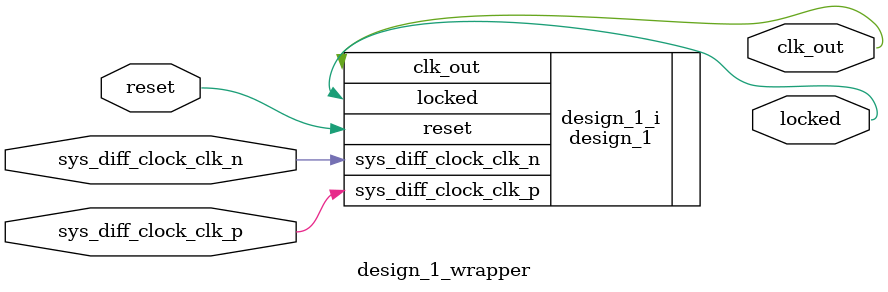
<source format=v>
`timescale 1 ps / 1 ps

module design_1_wrapper
   (clk_out,
    locked,
    reset,
    sys_diff_clock_clk_n,
    sys_diff_clock_clk_p);
  output clk_out;
  output locked;
  input reset;
  input sys_diff_clock_clk_n;
  input sys_diff_clock_clk_p;

  wire clk_out;
  wire locked;
  wire reset;
  wire sys_diff_clock_clk_n;
  wire sys_diff_clock_clk_p;

  design_1 design_1_i
       (.clk_out(clk_out),
        .locked(locked),
        .reset(reset),
        .sys_diff_clock_clk_n(sys_diff_clock_clk_n),
        .sys_diff_clock_clk_p(sys_diff_clock_clk_p));
endmodule

</source>
